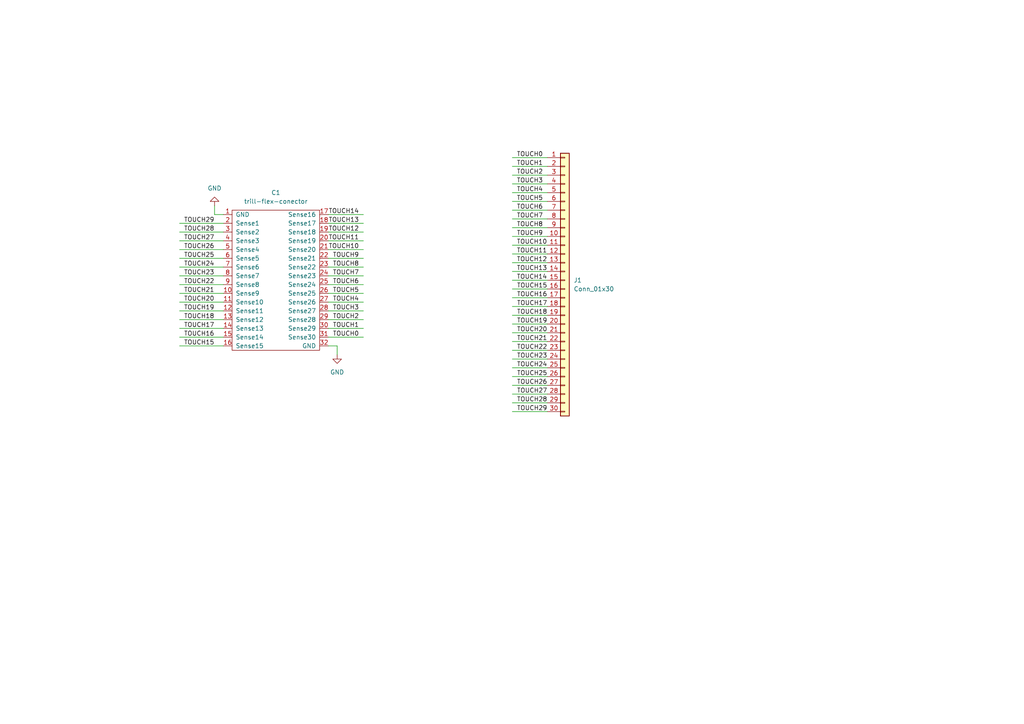
<source format=kicad_sch>
(kicad_sch (version 20230121) (generator eeschema)
  (paper "A4")
  (lib_symbols
    (symbol "Connector_Generic:Conn_01x30" (pin_names (offset 1.016) hide)
      (property "Reference" "J" (at 0 38.1 0))
      (property "Value" "Conn_01x30" (at 0 -40.64 0))
      (symbol "Conn_01x30_1_1"
        (rectangle (start -1.27 -37.973) (end 0 -38.227) (stroke (width 0.1524)))
        (rectangle (start -1.27 -35.433) (end 0 -35.687) (stroke (width 0.1524)))
        (rectangle (start -1.27 -32.893) (end 0 -33.147) (stroke (width 0.1524)))
        (rectangle (start -1.27 -30.353) (end 0 -30.607) (stroke (width 0.1524)))
        (rectangle (start -1.27 -27.813) (end 0 -28.067) (stroke (width 0.1524)))
        (rectangle (start -1.27 -25.273) (end 0 -25.527) (stroke (width 0.1524)))
        (rectangle (start -1.27 -22.733) (end 0 -22.987) (stroke (width 0.1524)))
        (rectangle (start -1.27 -20.193) (end 0 -20.447) (stroke (width 0.1524)))
        (rectangle (start -1.27 -17.653) (end 0 -17.907) (stroke (width 0.1524)))
        (rectangle (start -1.27 -15.113) (end 0 -15.367) (stroke (width 0.1524)))
        (rectangle (start -1.27 -12.573) (end 0 -12.827) (stroke (width 0.1524)))
        (rectangle (start -1.27 -10.033) (end 0 -10.287) (stroke (width 0.1524)))
        (rectangle (start -1.27 -7.493) (end 0 -7.747) (stroke (width 0.1524)))
        (rectangle (start -1.27 -4.953) (end 0 -5.207) (stroke (width 0.1524)))
        (rectangle (start -1.27 -2.413) (end 0 -2.667) (stroke (width 0.1524)))
        (rectangle (start -1.27 0.127) (end 0 -0.127) (stroke (width 0.1524)))
        (rectangle (start -1.27 2.667) (end 0 2.413) (stroke (width 0.1524)))
        (rectangle (start -1.27 5.207) (end 0 4.953) (stroke (width 0.1524)))
        (rectangle (start -1.27 7.747) (end 0 7.493) (stroke (width 0.1524)))
        (rectangle (start -1.27 10.287) (end 0 10.033) (stroke (width 0.1524)))
        (rectangle (start -1.27 12.827) (end 0 12.573) (stroke (width 0.1524)))
        (rectangle (start -1.27 15.367) (end 0 15.113) (stroke (width 0.1524)))
        (rectangle (start -1.27 17.907) (end 0 17.653) (stroke (width 0.1524)))
        (rectangle (start -1.27 20.447) (end 0 20.193) (stroke (width 0.1524)))
        (rectangle (start -1.27 22.987) (end 0 22.733) (stroke (width 0.1524)))
        (rectangle (start -1.27 25.527) (end 0 25.273) (stroke (width 0.1524)))
        (rectangle (start -1.27 28.067) (end 0 27.813) (stroke (width 0.1524)))
        (rectangle (start -1.27 30.607) (end 0 30.353) (stroke (width 0.1524)))
        (rectangle (start -1.27 33.147) (end 0 32.893) (stroke (width 0.1524)))
        (rectangle (start -1.27 35.687) (end 0 35.433) (stroke (width 0.1524)))
        (rectangle (start -1.27 36.83) (end 1.27 -39.37) (stroke (width 0.254)) (fill (type background)))
        (pin passive line (at -5.08 35.56 0) (length 3.81) (name "Pin_1") (number "1"))
        (pin passive line (at -5.08 12.7 0) (length 3.81) (name "Pin_10") (number "10"))
        (pin passive line (at -5.08 10.16 0) (length 3.81) (name "Pin_11") (number "11"))
        (pin passive line (at -5.08 7.62 0) (length 3.81) (name "Pin_12") (number "12"))
        (pin passive line (at -5.08 5.08 0) (length 3.81) (name "Pin_13") (number "13"))
        (pin passive line (at -5.08 2.54 0) (length 3.81) (name "Pin_14") (number "14"))
        (pin passive line (at -5.08 0 0) (length 3.81) (name "Pin_15") (number "15"))
        (pin passive line (at -5.08 -2.54 0) (length 3.81) (name "Pin_16") (number "16"))
        (pin passive line (at -5.08 -5.08 0) (length 3.81) (name "Pin_17") (number "17"))
        (pin passive line (at -5.08 -7.62 0) (length 3.81) (name "Pin_18") (number "18"))
        (pin passive line (at -5.08 -10.16 0) (length 3.81) (name "Pin_19") (number "19"))
        (pin passive line (at -5.08 33.02 0) (length 3.81) (name "Pin_2") (number "2"))
        (pin passive line (at -5.08 -12.7 0) (length 3.81) (name "Pin_20") (number "20"))
        (pin passive line (at -5.08 -15.24 0) (length 3.81) (name "Pin_21") (number "21"))
        (pin passive line (at -5.08 -17.78 0) (length 3.81) (name "Pin_22") (number "22"))
        (pin passive line (at -5.08 -20.32 0) (length 3.81) (name "Pin_23") (number "23"))
        (pin passive line (at -5.08 -22.86 0) (length 3.81) (name "Pin_24") (number "24"))
        (pin passive line (at -5.08 -25.4 0) (length 3.81) (name "Pin_25") (number "25"))
        (pin passive line (at -5.08 -27.94 0) (length 3.81) (name "Pin_26") (number "26"))
        (pin passive line (at -5.08 -30.48 0) (length 3.81) (name "Pin_27") (number "27"))
        (pin passive line (at -5.08 -33.02 0) (length 3.81) (name "Pin_28") (number "28"))
        (pin passive line (at -5.08 -35.56 0) (length 3.81) (name "Pin_29") (number "29"))
        (pin passive line (at -5.08 30.48 0) (length 3.81) (name "Pin_3") (number "3"))
        (pin passive line (at -5.08 -38.1 0) (length 3.81) (name "Pin_30") (number "30"))
        (pin passive line (at -5.08 27.94 0) (length 3.81) (name "Pin_4") (number "4"))
        (pin passive line (at -5.08 25.4 0) (length 3.81) (name "Pin_5") (number "5"))
        (pin passive line (at -5.08 22.86 0) (length 3.81) (name "Pin_6") (number "6"))
        (pin passive line (at -5.08 20.32 0) (length 3.81) (name "Pin_7") (number "7"))
        (pin passive line (at -5.08 17.78 0) (length 3.81) (name "Pin_8") (number "8"))
        (pin passive line (at -5.08 15.24 0) (length 3.81) (name "Pin_9") (number "9"))
      )
    )
    (symbol "power:GND" (power) (pin_names (offset 0))
      (property "Value" "GND" (at 0 -3.81 0))
      (symbol "GND_0_1"
        (polyline (pts (xy 0 0) (xy 0 -1.27) (xy 1.27 -1.27) (xy 0 -2.54) (xy -1.27 -1.27) (xy 0 -1.27)))
      )
      (symbol "GND_1_1"
        (pin power_in line (at 0 0 270) (length 0) hide (name "GND") (number "1"))
      )
    )
    (symbol "trill-flex:trill-flex-conector" (pin_names (offset 1.016))
      (property "Reference" "C" (at 0 0 0))
      (property "Value" "trill-flex-conector" (at 0 2.54 0))
      (symbol "trill-flex-conector_0_1"
        (rectangle (start -12.7 -1.27) (end 12.7 -41.91))
      )
      (symbol "trill-flex-conector_1_1"
        (pin input line (at -15.24 -2.54 0) (length 2.54) (name "GND") (number "1"))
        (pin input line (at -15.24 -25.4 0) (length 2.54) (name "Sense9") (number "10"))
        (pin input line (at -15.24 -27.94 0) (length 2.54) (name "Sense10") (number "11"))
        (pin input line (at -15.24 -30.48 0) (length 2.54) (name "Sense11") (number "12"))
        (pin input line (at -15.24 -33.02 0) (length 2.54) (name "Sense12") (number "13"))
        (pin input line (at -15.24 -35.56 0) (length 2.54) (name "Sense13") (number "14"))
        (pin input line (at -15.24 -38.1 0) (length 2.54) (name "Sense14") (number "15"))
        (pin input line (at -15.24 -40.64 0) (length 2.54) (name "Sense15") (number "16"))
        (pin input line (at 15.24 -2.54 180) (length 2.54) (name "Sense16") (number "17"))
        (pin input line (at 15.24 -5.08 180) (length 2.54) (name "Sense17") (number "18"))
        (pin input line (at 15.24 -7.62 180) (length 2.54) (name "Sense18") (number "19"))
        (pin input line (at -15.24 -5.08 0) (length 2.54) (name "Sense1") (number "2"))
        (pin input line (at 15.24 -10.16 180) (length 2.54) (name "Sense19") (number "20"))
        (pin input line (at 15.24 -12.7 180) (length 2.54) (name "Sense20") (number "21"))
        (pin input line (at 15.24 -15.24 180) (length 2.54) (name "Sense21") (number "22"))
        (pin input line (at 15.24 -17.78 180) (length 2.54) (name "Sense22") (number "23"))
        (pin input line (at 15.24 -20.32 180) (length 2.54) (name "Sense23") (number "24"))
        (pin input line (at 15.24 -22.86 180) (length 2.54) (name "Sense24") (number "25"))
        (pin input line (at 15.24 -25.4 180) (length 2.54) (name "Sense25") (number "26"))
        (pin input line (at 15.24 -27.94 180) (length 2.54) (name "Sense26") (number "27"))
        (pin input line (at 15.24 -30.48 180) (length 2.54) (name "Sense27") (number "28"))
        (pin input line (at 15.24 -33.02 180) (length 2.54) (name "Sense28") (number "29"))
        (pin input line (at -15.24 -7.62 0) (length 2.54) (name "Sense2") (number "3"))
        (pin input line (at 15.24 -35.56 180) (length 2.54) (name "Sense29") (number "30"))
        (pin input line (at 15.24 -38.1 180) (length 2.54) (name "Sense30") (number "31"))
        (pin input line (at 15.24 -40.64 180) (length 2.54) (name "GND") (number "32"))
        (pin input line (at -15.24 -10.16 0) (length 2.54) (name "Sense3") (number "4"))
        (pin input line (at -15.24 -12.7 0) (length 2.54) (name "Sense4") (number "5"))
        (pin input line (at -15.24 -15.24 0) (length 2.54) (name "Sense5") (number "6"))
        (pin input line (at -15.24 -17.78 0) (length 2.54) (name "Sense6") (number "7"))
        (pin input line (at -15.24 -20.32 0) (length 2.54) (name "Sense7") (number "8"))
        (pin input line (at -15.24 -22.86 0) (length 2.54) (name "Sense8") (number "9"))
      )
    )
  )
  (wire (pts (xy 148.59 91.44) (xy 158.75 91.44)))
  (wire (pts (xy 148.59 68.58) (xy 158.75 68.58)))
  (wire (pts (xy 148.59 106.68) (xy 158.75 106.68)))
  (wire (pts (xy 105.41 90.17) (xy 95.25 90.17)))
  (wire (pts (xy 97.79 102.87) (xy 97.79 100.33)))
  (wire (pts (xy 64.77 92.71) (xy 52.07 92.71)))
  (wire (pts (xy 148.59 96.52) (xy 158.75 96.52)))
  (wire (pts (xy 64.77 80.01) (xy 52.07 80.01)))
  (wire (pts (xy 64.77 62.23) (xy 62.23 62.23)))
  (wire (pts (xy 64.77 74.93) (xy 52.07 74.93)))
  (wire (pts (xy 64.77 72.39) (xy 52.07 72.39)))
  (wire (pts (xy 148.59 71.12) (xy 158.75 71.12)))
  (wire (pts (xy 64.77 67.31) (xy 52.07 67.31)))
  (wire (pts (xy 64.77 77.47) (xy 52.07 77.47)))
  (wire (pts (xy 105.41 74.93) (xy 95.25 74.93)))
  (wire (pts (xy 148.59 114.3) (xy 158.75 114.3)))
  (wire (pts (xy 148.59 53.34) (xy 158.75 53.34)))
  (wire (pts (xy 62.23 62.23) (xy 62.23 59.69)))
  (wire (pts (xy 148.59 78.74) (xy 158.75 78.74)))
  (wire (pts (xy 105.41 62.23) (xy 95.25 62.23)))
  (wire (pts (xy 148.59 88.9) (xy 158.75 88.9)))
  (wire (pts (xy 148.59 73.66) (xy 158.75 73.66)))
  (wire (pts (xy 105.41 80.01) (xy 95.25 80.01)))
  (wire (pts (xy 148.59 111.76) (xy 158.75 111.76)))
  (wire (pts (xy 105.41 97.79) (xy 95.25 97.79)))
  (wire (pts (xy 64.77 90.17) (xy 52.07 90.17)))
  (wire (pts (xy 64.77 100.33) (xy 52.07 100.33)))
  (wire (pts (xy 105.41 82.55) (xy 95.25 82.55)))
  (wire (pts (xy 64.77 82.55) (xy 52.07 82.55)))
  (wire (pts (xy 64.77 64.77) (xy 52.07 64.77)))
  (wire (pts (xy 105.41 95.25) (xy 95.25 95.25)))
  (wire (pts (xy 95.25 100.33) (xy 97.79 100.33)))
  (wire (pts (xy 64.77 85.09) (xy 52.07 85.09)))
  (wire (pts (xy 148.59 119.38) (xy 158.75 119.38)))
  (wire (pts (xy 148.59 99.06) (xy 158.75 99.06)))
  (wire (pts (xy 148.59 48.26) (xy 158.75 48.26)))
  (wire (pts (xy 105.41 69.85) (xy 95.25 69.85)))
  (wire (pts (xy 105.41 87.63) (xy 95.25 87.63)))
  (wire (pts (xy 64.77 97.79) (xy 52.07 97.79)))
  (wire (pts (xy 105.41 72.39) (xy 95.25 72.39)))
  (wire (pts (xy 105.41 67.31) (xy 95.25 67.31)))
  (wire (pts (xy 105.41 64.77) (xy 95.25 64.77)))
  (wire (pts (xy 148.59 104.14) (xy 158.75 104.14)))
  (wire (pts (xy 148.59 63.5) (xy 158.75 63.5)))
  (wire (pts (xy 148.59 60.96) (xy 158.75 60.96)))
  (wire (pts (xy 148.59 81.28) (xy 158.75 81.28)))
  (wire (pts (xy 148.59 86.36) (xy 158.75 86.36)))
  (wire (pts (xy 105.41 77.47) (xy 95.25 77.47)))
  (wire (pts (xy 148.59 83.82) (xy 158.75 83.82)))
  (wire (pts (xy 148.59 58.42) (xy 158.75 58.42)))
  (wire (pts (xy 148.59 50.8) (xy 158.75 50.8)))
  (wire (pts (xy 148.59 116.84) (xy 158.75 116.84)))
  (wire (pts (xy 148.59 76.2) (xy 158.75 76.2)))
  (wire (pts (xy 105.41 92.71) (xy 95.25 92.71)))
  (wire (pts (xy 148.59 109.22) (xy 158.75 109.22)))
  (wire (pts (xy 105.41 85.09) (xy 95.25 85.09)))
  (wire (pts (xy 64.77 95.25) (xy 52.07 95.25)))
  (wire (pts (xy 148.59 45.72) (xy 158.75 45.72)))
  (wire (pts (xy 148.59 101.6) (xy 158.75 101.6)))
  (wire (pts (xy 64.77 69.85) (xy 52.07 69.85)))
  (wire (pts (xy 148.59 55.88) (xy 158.75 55.88)))
  (wire (pts (xy 148.59 93.98) (xy 158.75 93.98)))
  (wire (pts (xy 148.59 66.04) (xy 158.75 66.04)))
  (wire (pts (xy 64.77 87.63) (xy 52.07 87.63)))
  (label "TOUCH10" (at 104.14 72.39 180))
  (label "TOUCH25" (at 53.34 74.93 0))
  (label "TOUCH4" (at 149.86 55.88 0))
  (label "TOUCH5" (at 104.14 85.09 180))
  (label "TOUCH20" (at 53.34 87.63 0))
  (label "TOUCH19" (at 53.34 90.17 0))
  (label "TOUCH11" (at 149.86 73.66 0))
  (label "TOUCH15" (at 158.75 83.82 180))
  (label "TOUCH22" (at 53.34 82.55 0))
  (label "TOUCH15" (at 53.34 100.33 0))
  (label "TOUCH23" (at 158.75 104.14 180))
  (label "TOUCH6" (at 149.86 60.96 0))
  (label "TOUCH27" (at 53.34 69.85 0))
  (label "TOUCH1" (at 104.14 95.25 180))
  (label "TOUCH12" (at 149.86 76.2 0))
  (label "TOUCH26" (at 53.34 72.39 0))
  (label "TOUCH22" (at 158.75 101.6 180))
  (label "TOUCH9" (at 104.14 74.93 180))
  (label "TOUCH10" (at 149.86 71.12 0))
  (label "TOUCH21" (at 53.34 85.09 0))
  (label "TOUCH28" (at 158.75 116.84 180))
  (label "TOUCH14" (at 149.86 81.28 0))
  (label "TOUCH17" (at 158.75 88.9 180))
  (label "TOUCH8" (at 149.86 66.04 0))
  (label "TOUCH0" (at 149.86 45.72 0))
  (label "TOUCH5" (at 149.86 58.42 0))
  (label "TOUCH11" (at 104.14 69.85 180))
  (label "TOUCH23" (at 53.34 80.01 0))
  (label "TOUCH2" (at 104.14 92.71 180))
  (label "TOUCH21" (at 158.75 99.06 180))
  (label "TOUCH29" (at 53.34 64.77 0))
  (label "TOUCH2" (at 149.86 50.8 0))
  (label "TOUCH1" (at 149.86 48.26 0))
  (label "TOUCH27" (at 158.75 114.3 180))
  (label "TOUCH14" (at 104.14 62.23 180))
  (label "TOUCH7" (at 104.14 80.01 180))
  (label "TOUCH28" (at 53.34 67.31 0))
  (label "TOUCH29" (at 158.75 119.38 180))
  (label "TOUCH12" (at 104.14 67.31 180))
  (label "TOUCH19" (at 158.75 93.98 180))
  (label "TOUCH6" (at 104.14 82.55 180))
  (label "TOUCH24" (at 158.75 106.68 180))
  (label "TOUCH18" (at 53.34 92.71 0))
  (label "TOUCH3" (at 104.14 90.17 180))
  (label "TOUCH13" (at 149.86 78.74 0))
  (label "TOUCH25" (at 158.75 109.22 180))
  (label "TOUCH7" (at 149.86 63.5 0))
  (label "TOUCH3" (at 149.86 53.34 0))
  (label "TOUCH13" (at 104.14 64.77 180))
  (label "TOUCH16" (at 158.75 86.36 180))
  (label "TOUCH4" (at 104.14 87.63 180))
  (label "TOUCH16" (at 53.34 97.79 0))
  (label "TOUCH9" (at 149.86 68.58 0))
  (label "TOUCH0" (at 104.14 97.79 180))
  (label "TOUCH18" (at 158.75 91.44 180))
  (label "TOUCH24" (at 53.34 77.47 0))
  (label "TOUCH26" (at 158.75 111.76 180))
  (label "TOUCH8" (at 104.14 77.47 180))
  (label "TOUCH20" (at 158.75 96.52 180))
  (label "TOUCH17" (at 53.34 95.25 0))
  (symbol (lib_id "trill-flex:trill-flex-conector") (at 80.01 59.69 0) (unit 1)
    (property "Reference" "C1" (at 80.01 55.88 0))
    (property "Value" "trill-flex-conector" (at 80.01 58.42 0))
    (property "Footprint" "trill-flex:trill_flex" (effects hide))
  )
  (symbol (lib_id "power:GND") (at 97.79 102.87 0) (unit 1)
    (property "Reference" "#PWR02" (effects hide))
    (property "Value" "GND" (at 97.79 107.95 0))
  )
  (symbol (lib_id "power:GND") (at 62.23 59.69 180) (unit 1)
    (property "Reference" "#PWR01" (effects hide))
    (property "Value" "GND" (at 62.23 54.61 0))
  )
  (symbol (lib_id "Connector_Generic:Conn_01x30") (at 163.83 81.28 0) (unit 1)
    (property "Reference" "J1" (at 166.37 81.28 0) (effects (justify left)))
    (property "Value" "Conn_01x30" (at 166.37 83.82 0) (effects (justify left)))
    (property "Footprint" "touch-sensors:tstick-buttons" (effects hide))
  )
)
</source>
